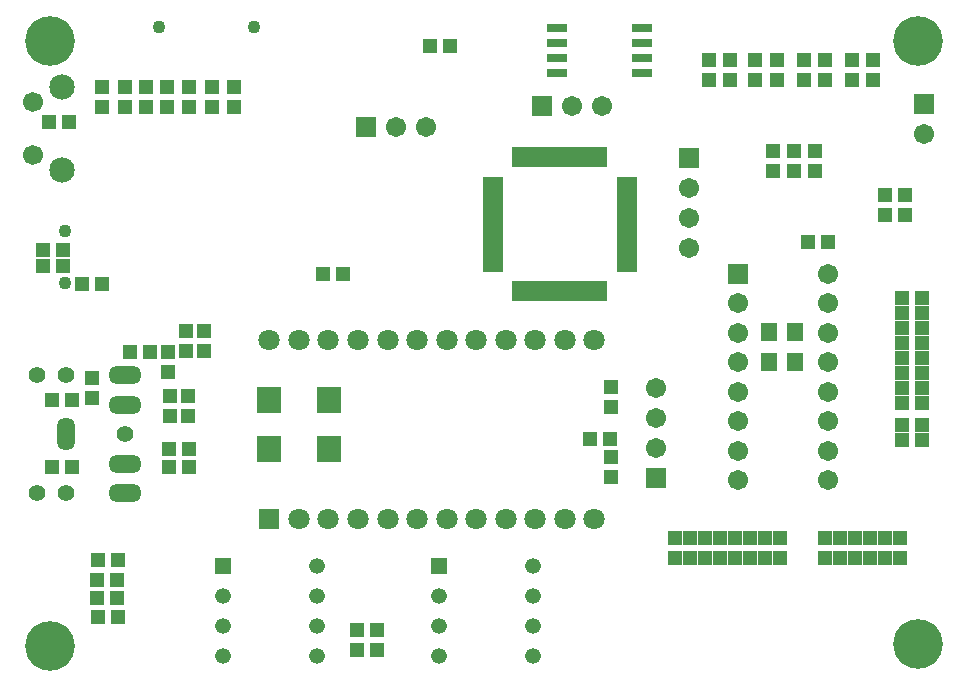
<source format=gbs>
G04 Layer_Color=16711935*
%FSLAX44Y44*%
%MOMM*%
G71*
G01*
G75*
%ADD63R,1.2032X1.3032*%
%ADD64R,1.3032X1.2032*%
%ADD76C,2.1532*%
%ADD77C,1.7012*%
%ADD78R,1.7032X1.7032*%
%ADD79C,1.7032*%
%ADD80C,1.1032*%
%ADD81C,1.4032*%
%ADD82O,2.8192X1.5112*%
%ADD83O,1.5112X2.8192*%
%ADD84C,1.8032*%
%ADD85R,1.8032X1.8032*%
%ADD86R,1.7032X1.7032*%
%ADD87C,4.2032*%
%ADD88C,1.3332*%
%ADD89R,1.3332X1.3332*%
%ADD90C,1.0032*%
%ADD91R,2.0032X2.2032*%
%ADD92R,1.4032X1.6032*%
%ADD93R,1.8132X0.7832*%
%ADD94R,0.4832X1.6732*%
%ADD95R,1.6732X0.4832*%
D63*
X415290Y577460D02*
D03*
Y560460D02*
D03*
X791210Y323460D02*
D03*
Y306460D02*
D03*
Y263770D02*
D03*
Y246770D02*
D03*
X1023620Y468630D02*
D03*
Y485630D02*
D03*
X447040Y353450D02*
D03*
Y370450D02*
D03*
X431800Y353450D02*
D03*
Y370450D02*
D03*
X433070Y315840D02*
D03*
Y298840D02*
D03*
X417830D02*
D03*
Y315840D02*
D03*
X351790Y331080D02*
D03*
Y314080D02*
D03*
X416560Y352670D02*
D03*
Y335670D02*
D03*
X360680Y560460D02*
D03*
Y577460D02*
D03*
X472440D02*
D03*
Y560460D02*
D03*
X453390Y577460D02*
D03*
Y560460D02*
D03*
X434340Y577460D02*
D03*
Y560460D02*
D03*
X379730Y577460D02*
D03*
Y560460D02*
D03*
X397510Y577460D02*
D03*
Y560460D02*
D03*
X1023620Y195310D02*
D03*
Y178310D02*
D03*
X1010920Y195310D02*
D03*
Y178310D02*
D03*
X998220Y195310D02*
D03*
Y178310D02*
D03*
X1036320Y195310D02*
D03*
Y178310D02*
D03*
X985520Y195310D02*
D03*
Y178310D02*
D03*
X972820Y195310D02*
D03*
Y178310D02*
D03*
X858520Y195310D02*
D03*
Y178310D02*
D03*
X845820Y195190D02*
D03*
Y178190D02*
D03*
X896620Y195310D02*
D03*
Y178310D02*
D03*
X883920Y195310D02*
D03*
Y178310D02*
D03*
X871220Y195310D02*
D03*
Y178310D02*
D03*
X934720Y195310D02*
D03*
Y178310D02*
D03*
X922020Y195310D02*
D03*
Y178310D02*
D03*
X909320Y195310D02*
D03*
Y178310D02*
D03*
X963930Y522850D02*
D03*
Y505850D02*
D03*
X946150Y522850D02*
D03*
Y505850D02*
D03*
X928370Y522850D02*
D03*
Y505850D02*
D03*
X1040130Y469020D02*
D03*
Y486020D02*
D03*
X955040Y583320D02*
D03*
Y600320D02*
D03*
X972820Y583320D02*
D03*
Y600320D02*
D03*
X995680Y583320D02*
D03*
Y600320D02*
D03*
X1013460Y583320D02*
D03*
Y600320D02*
D03*
X913130Y583320D02*
D03*
Y600320D02*
D03*
X932180Y583320D02*
D03*
Y600320D02*
D03*
X874340Y583090D02*
D03*
Y600090D02*
D03*
X892120Y583090D02*
D03*
Y600090D02*
D03*
X576580Y117720D02*
D03*
Y100720D02*
D03*
X593090Y117720D02*
D03*
Y100720D02*
D03*
D64*
X315350Y547370D02*
D03*
X332350D02*
D03*
X773820Y279400D02*
D03*
X790820D02*
D03*
X654930Y612140D02*
D03*
X637930D02*
D03*
X383930Y353060D02*
D03*
X400930D02*
D03*
X433950Y270510D02*
D03*
X416950D02*
D03*
Y255270D02*
D03*
X433950D02*
D03*
X334890D02*
D03*
X317890D02*
D03*
X334890Y312420D02*
D03*
X317890D02*
D03*
X310270Y439420D02*
D03*
X327270D02*
D03*
X343290Y410210D02*
D03*
X360290D02*
D03*
X310270Y425450D02*
D03*
X327270D02*
D03*
X1054980Y373380D02*
D03*
X1037980D02*
D03*
X1054980Y278130D02*
D03*
X1037980D02*
D03*
X1054980Y290830D02*
D03*
X1037980D02*
D03*
X1054980Y309880D02*
D03*
X1037980D02*
D03*
X1054980Y322580D02*
D03*
X1037980D02*
D03*
X1054980Y335280D02*
D03*
X1037980D02*
D03*
X1054980Y347980D02*
D03*
X1037980D02*
D03*
X1054980Y360680D02*
D03*
X1037980D02*
D03*
X1054980Y386080D02*
D03*
X1037980D02*
D03*
X1054980Y398780D02*
D03*
X1037980D02*
D03*
X564760Y419100D02*
D03*
X547760D02*
D03*
X357260Y176530D02*
D03*
X374260D02*
D03*
X355990Y160020D02*
D03*
X372990D02*
D03*
Y144780D02*
D03*
X355990D02*
D03*
X357260Y128270D02*
D03*
X374260D02*
D03*
X957970Y445770D02*
D03*
X974970D02*
D03*
D76*
X327160Y507240D02*
D03*
Y577340D02*
D03*
D77*
X302260Y519790D02*
D03*
Y564790D02*
D03*
D78*
X732790Y561340D02*
D03*
X584200Y543560D02*
D03*
X899160Y419240D02*
D03*
D79*
X758190Y561340D02*
D03*
X783590D02*
D03*
X829310Y322580D02*
D03*
Y297180D02*
D03*
Y271780D02*
D03*
X609600Y543560D02*
D03*
X635000D02*
D03*
X899160Y394240D02*
D03*
Y369240D02*
D03*
Y344240D02*
D03*
Y319240D02*
D03*
Y294240D02*
D03*
Y269240D02*
D03*
Y244240D02*
D03*
X975160Y419240D02*
D03*
Y394240D02*
D03*
Y369240D02*
D03*
Y344240D02*
D03*
Y319240D02*
D03*
Y294240D02*
D03*
Y269240D02*
D03*
Y244240D02*
D03*
X857250Y440690D02*
D03*
Y466090D02*
D03*
Y491490D02*
D03*
X1056640Y537210D02*
D03*
D80*
X408920Y628280D02*
D03*
X488920D02*
D03*
X328930Y411070D02*
D03*
Y455070D02*
D03*
D81*
X330200Y233210D02*
D03*
X305200D02*
D03*
X380200Y283210D02*
D03*
X330200Y333210D02*
D03*
X305200D02*
D03*
D82*
X380200D02*
D03*
Y308210D02*
D03*
Y258210D02*
D03*
Y233210D02*
D03*
D83*
X330200Y283210D02*
D03*
D84*
X777380Y363220D02*
D03*
X752380D02*
D03*
X727380D02*
D03*
X702380D02*
D03*
X677380D02*
D03*
X652380D02*
D03*
X627380D02*
D03*
X602380D02*
D03*
X577380D02*
D03*
X552380D02*
D03*
X527380D02*
D03*
X502380D02*
D03*
X777380Y211220D02*
D03*
X752380D02*
D03*
X727380D02*
D03*
X702380D02*
D03*
X677380D02*
D03*
X652380D02*
D03*
X627380D02*
D03*
X602380D02*
D03*
X577380D02*
D03*
X552380D02*
D03*
X527380D02*
D03*
D85*
X502380D02*
D03*
D86*
X829310Y246380D02*
D03*
X857250Y516890D02*
D03*
X1056640Y562610D02*
D03*
D87*
X1051560Y105410D02*
D03*
X316230Y104140D02*
D03*
X1051560Y615950D02*
D03*
X316230D02*
D03*
D88*
X542620Y171450D02*
D03*
Y146050D02*
D03*
Y120650D02*
D03*
Y95250D02*
D03*
X463220D02*
D03*
Y120650D02*
D03*
Y146050D02*
D03*
X725500Y171450D02*
D03*
Y146050D02*
D03*
Y120650D02*
D03*
Y95250D02*
D03*
X646100D02*
D03*
Y120650D02*
D03*
Y146050D02*
D03*
D89*
X463220Y171450D02*
D03*
X646100D02*
D03*
D90*
X1036320Y177800D02*
D03*
X1023620D02*
D03*
X1010920D02*
D03*
X998220D02*
D03*
X985520D02*
D03*
X972820D02*
D03*
X845820D02*
D03*
X858520D02*
D03*
X871220D02*
D03*
X883920D02*
D03*
X896620D02*
D03*
X909320D02*
D03*
X922020D02*
D03*
X934720D02*
D03*
X1037590Y278130D02*
D03*
Y290830D02*
D03*
Y309880D02*
D03*
Y322580D02*
D03*
Y335280D02*
D03*
Y347980D02*
D03*
Y360680D02*
D03*
Y373380D02*
D03*
Y386080D02*
D03*
Y398780D02*
D03*
D91*
X501650Y270420D02*
D03*
Y312420D02*
D03*
X552450Y270420D02*
D03*
Y312420D02*
D03*
D92*
X924990Y344170D02*
D03*
Y369570D02*
D03*
X946990D02*
D03*
Y344170D02*
D03*
D93*
X817590Y589280D02*
D03*
Y601980D02*
D03*
Y614680D02*
D03*
Y627380D02*
D03*
X745490D02*
D03*
Y614680D02*
D03*
Y601980D02*
D03*
Y589280D02*
D03*
D94*
X785530Y404310D02*
D03*
X780530D02*
D03*
X775530D02*
D03*
X770530D02*
D03*
X765530D02*
D03*
X760530D02*
D03*
X755530D02*
D03*
X750530D02*
D03*
X745530D02*
D03*
X740530D02*
D03*
X735530D02*
D03*
X730530D02*
D03*
X725530D02*
D03*
X720530D02*
D03*
X715530D02*
D03*
X710530D02*
D03*
Y517710D02*
D03*
X715530D02*
D03*
X720530D02*
D03*
X725530D02*
D03*
X730530D02*
D03*
X735530D02*
D03*
X740530D02*
D03*
X745530D02*
D03*
X750530D02*
D03*
X755530D02*
D03*
X760530D02*
D03*
X765530D02*
D03*
X770530D02*
D03*
X775530D02*
D03*
X780530D02*
D03*
X785530D02*
D03*
D95*
X804730Y498510D02*
D03*
Y493510D02*
D03*
Y488510D02*
D03*
Y483510D02*
D03*
Y478510D02*
D03*
Y473510D02*
D03*
Y468510D02*
D03*
Y463510D02*
D03*
Y458510D02*
D03*
Y453510D02*
D03*
Y448510D02*
D03*
Y443510D02*
D03*
Y438510D02*
D03*
Y433510D02*
D03*
Y428510D02*
D03*
Y423510D02*
D03*
X691330D02*
D03*
Y428510D02*
D03*
Y433510D02*
D03*
Y438510D02*
D03*
Y443510D02*
D03*
Y448510D02*
D03*
Y453510D02*
D03*
Y458510D02*
D03*
Y463510D02*
D03*
Y468510D02*
D03*
Y473510D02*
D03*
Y478510D02*
D03*
Y483510D02*
D03*
Y488510D02*
D03*
Y493510D02*
D03*
Y498510D02*
D03*
M02*

</source>
